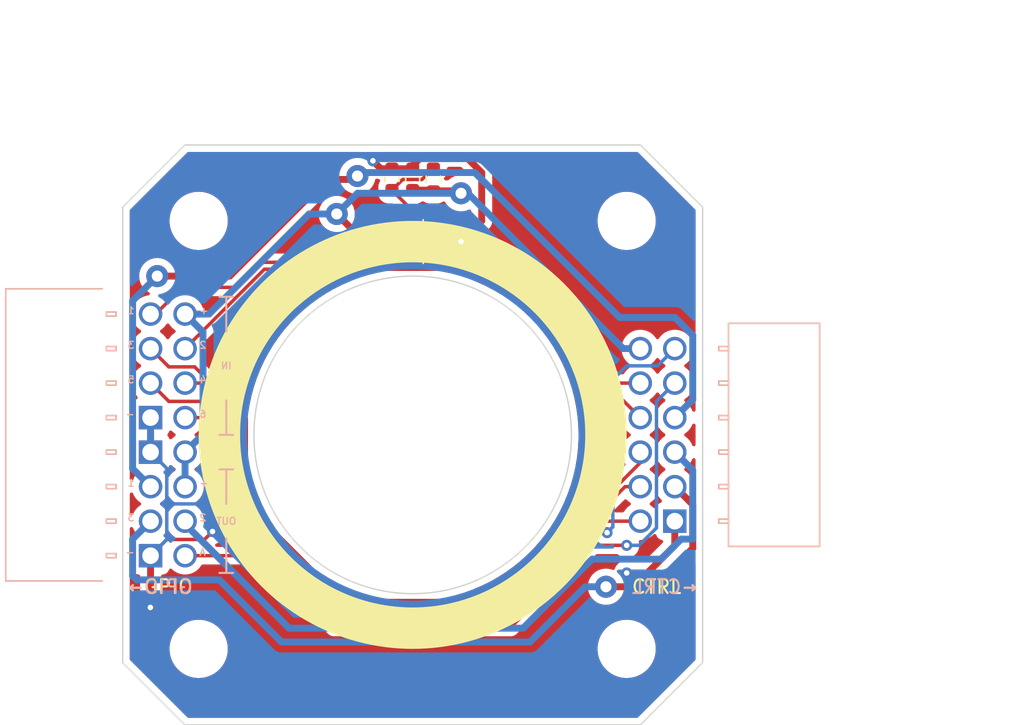
<source format=kicad_pcb>
(kicad_pcb (version 20211014) (generator pcbnew)
  (layers (0 "F.Cu" signal) (31 "B.Cu" signal) (34 "B.Paste" user) (35 "F.Paste" user) (36 "B.SilkS" user "B.Silkscreen") (37 "F.SilkS" user "F.Silkscreen") (38 "B.Mask" user) (39 "F.Mask" user) (44 "Edge.Cuts" user))
  (net 0 "")
  (net 1 "+5V")
  (net 2 "/INPUT_1")
  (net 3 "/INPUT_2")
  (net 4 "/INPUT_3")
  (net 5 "/INPUT_4")
  (net 6 "/INPUT_5")
  (net 7 "/INPUT_6")
  (net 8 "/ANALOG_IN")
  (net 9 "/OUTPUT_1")
  (net 10 "/OUTPUT_2")
  (net 11 "/OUTPUT_3")
  (net 12 "GND")
  (footprint "Resistor_SMD:R_0603_1608Metric" (layer "F.Cu") (at 122.5 102.5 90)
    (fp_text reference "R1")
    (fp_text value "10K")
    (fp_line (start -0.237258 0.5225) (end 0.237258 0.5225) (layer "F.SilkS") (width 0.12))
    (fp_line (start -0.237258 -0.5225) (end 0.237258 -0.5225) (layer "F.SilkS") (width 0.12))
    (pad "1" smd roundrect (at -0.825 0 90) (size 0.8 0.95) (layers "F.Cu" "F.Paste" "F.Mask") (net 1 "+5V"))
    (pad "2" smd roundrect (at 0.825 0 90) (size 0.8 0.95) (layers "F.Cu" "F.Paste" "F.Mask") (net 2 "/INPUT_1"))
  )
  (footprint "MountingHole:MountingHole_3.2mm_M3" (layer "F.Cu") (at 136.5 136.5)
    (fp_text reference "H3")
    (fp_text value "M3")
    (pad "" np_thru_hole circle (at 0 0) (size 3.2 3.2) (drill 3.2) (layers *.Cu *.Mask))
  )
  (footprint "Capacitor_SMD:C_0603_1608Metric" (layer "F.Cu") (at 119.5 102.5 90)
    (fp_text reference "C2")
    (fp_text value "1nF")
    (fp_line (start -0.14058 0.51) (end 0.14058 0.51) (layer "F.SilkS") (width 0.12))
    (fp_line (start -0.14058 -0.51) (end 0.14058 -0.51) (layer "F.SilkS") (width 0.12))
    (pad "1" smd roundrect (at -0.775 0 90) (size 0.9 0.95) (layers "F.Cu" "F.Paste" "F.Mask") (net 2 "/INPUT_1"))
    (pad "2" smd roundrect (at 0.775 0 90) (size 0.9 0.95) (layers "F.Cu" "F.Paste" "F.Mask") (net 12 "GND"))
  )
  (footprint "Capacitor_SMD:C_0603_1608Metric" (layer "F.Cu") (at 121 102.5 -90)
    (fp_text reference "C1")
    (fp_text value "100nF")
    (fp_line (start -0.14058 0.51) (end 0.14058 0.51) (layer "F.SilkS") (width 0.12))
    (fp_line (start -0.14058 -0.51) (end 0.14058 -0.51) (layer "F.SilkS") (width 0.12))
    (pad "1" smd roundrect (at -0.775 0 270) (size 0.9 0.95) (layers "F.Cu" "F.Paste" "F.Mask") (net 12 "GND"))
    (pad "2" smd roundrect (at 0.775 0 270) (size 0.9 0.95) (layers "F.Cu" "F.Paste" "F.Mask") (net 1 "+5V"))
  )
  (footprint "Package_TO_SOT_SMD:SOT-23_Handsoldering" (layer "F.Cu") (at 121 107)
    (fp_text reference "U1")
    (fp_text value "MT8512AT")
    (fp_line (start 0.76 -1.58) (end 0.76 -0.65) (layer "F.SilkS") (width 0.12))
    (fp_line (start 0.76 1.58) (end 0.76 0.65) (layer "F.SilkS") (width 0.12))
    (pad "1" smd rect (at -1.5 -0.95) (size 1.9 0.8) (layers "F.Cu" "F.Paste" "F.Mask") (net 1 "+5V"))
    (pad "2" smd rect (at -1.5 0.95) (size 1.9 0.8) (layers "F.Cu" "F.Paste" "F.Mask") (net 2 "/INPUT_1"))
    (pad "3" smd rect (at 1.5 0) (size 1.9 0.8) (layers "F.Cu" "F.Paste" "F.Mask") (net 12 "GND"))
  )
  (footprint "MountingHole:MountingHole_3.2mm_M3" (layer "F.Cu") (at 105.5 136.5)
    (fp_text reference "H4")
    (fp_text value "M3")
    (pad "" np_thru_hole circle (at 0 0) (size 3.2 3.2) (drill 3.2) (layers *.Cu *.Mask))
  )
  (footprint "MountingHole:MountingHole_3.2mm_M3" (layer "F.Cu") (at 105.5 105.5)
    (fp_text reference "H1")
    (fp_text value "M3")
    (pad "" np_thru_hole circle (at 0 0) (size 3.2 3.2) (drill 3.2) (layers *.Cu *.Mask))
  )
  (footprint "MountingHole:MountingHole_3.2mm_M3" (layer "F.Cu") (at 136.5 105.5)
    (fp_text reference "H2")
    (fp_text value "M3")
    (pad "" np_thru_hole circle (at 0 0) (size 3.2 3.2) (drill 3.2) (layers *.Cu *.Mask))
  )
  (footprint "Connector_Molex:Molex_Nano-Fit_105314-xx16_2x08_P2.50mm_Horizontal" (layer "B.Cu") (at 104.515 112.25 180)
    (fp_text reference "J2")
    (fp_text value "GPIO+PWR")
    (fp_line (start 5.7 -7.35) (end 5 -7.35) (layer "B.SilkS") (width 0.12))
    (fp_line (start 5.7 -10.15) (end 5.7 -9.85) (layer "B.SilkS") (width 0.12))
    (fp_line (start 5 -4.85) (end 5 -5.15) (layer "B.SilkS") (width 0.12))
    (fp_line (start 6 -19.33) (end 12.99 -19.33) (layer "B.SilkS") (width 0.12))
    (fp_line (start 5.7 -14.85) (end 5 -14.85) (layer "B.SilkS") (width 0.12))
    (fp_line (start 5.7 -5.15) (end 5.7 -4.85) (layer "B.SilkS") (width 0.12))
    (fp_line (start 5.7 0.15) (end 5 0.15) (layer "B.SilkS") (width 0.12))
    (fp_line (start 5.7 -15.15) (end 5.7 -14.85) (layer "B.SilkS") (width 0.12))
    (fp_line (start 5 -14.85) (end 5 -15.15) (layer "B.SilkS") (width 0.12))
    (fp_line (start 5 -12.65) (end 5.7 -12.65) (layer "B.SilkS") (width 0.12))
    (fp_line (start 5 -15.15) (end 5.7 -15.15) (layer "B.SilkS") (width 0.12))
    (fp_line (start 5.7 -9.85) (end 5 -9.85) (layer "B.SilkS") (width 0.12))
    (fp_line (start 5.7 -12.65) (end 5.7 -12.35) (layer "B.SilkS") (width 0.12))
    (fp_line (start 5 -7.35) (end 5 -7.65) (layer "B.SilkS") (width 0.12))
    (fp_line (start 5 -5.15) (end 5.7 -5.15) (layer "B.SilkS") (width 0.12))
    (fp_line (start 5.7 -4.85) (end 5 -4.85) (layer "B.SilkS") (width 0.12))
    (fp_line (start 5 -7.65) (end 5.7 -7.65) (layer "B.SilkS") (width 0.12))
    (fp_line (start 5 -17.35) (end 5 -17.65) (layer "B.SilkS") (width 0.12))
    (fp_line (start 5.7 -2.65) (end 5.7 -2.35) (layer "B.SilkS") (width 0.12))
    (fp_line (start 5.7 -12.35) (end 5 -12.35) (layer "B.SilkS") (width 0.12))
    (fp_line (start 5 -10.15) (end 5.7 -10.15) (layer "B.SilkS") (width 0.12))
    (fp_line (start 12.99 -19.33) (end 12.99 1.83) (layer "B.SilkS") (width 0.12))
    (fp_line (start 5 -17.65) (end 5.7 -17.65) (layer "B.SilkS") (width 0.12))
    (fp_line (start 5 -2.35) (end 5 -2.65) (layer "B.SilkS") (width 0.12))
    (fp_line (start 5 -2.65) (end 5.7 -2.65) (layer "B.SilkS") (width 0.12))
    (fp_line (start 5 0.15) (end 5 -0.15) (layer "B.SilkS") (width 0.12))
    (fp_line (start 5.7 -17.35) (end 5 -17.35) (layer "B.SilkS") (width 0.12))
    (fp_line (start 5.7 -0.15) (end 5.7 0.15) (layer "B.SilkS") (width 0.12))
    (fp_line (start 5.7 -2.35) (end 5 -2.35) (layer "B.SilkS") (width 0.12))
    (fp_line (start 5 -12.35) (end 5 -12.65) (layer "B.SilkS") (width 0.12))
    (fp_line (start 5 -9.85) (end 5 -10.15) (layer "B.SilkS") (width 0.12))
    (fp_line (start 5.7 -7.65) (end 5.7 -7.35) (layer "B.SilkS") (width 0.12))
    (fp_line (start 12.99 1.83) (end 6 1.83) (layer "B.SilkS") (width 0.12))
    (fp_line (start 5.7 -17.65) (end 5.7 -17.35) (layer "B.SilkS") (width 0.12))
    (fp_line (start 5 -0.15) (end 5.7 -0.15) (layer "B.SilkS") (width 0.12))
    (pad "" np_thru_hole circle (at 9.68 -17.5 180) (size 1.7 1.7) (drill 1.7) (layers *.Cu *.Mask))
    (pad "" np_thru_hole circle (at 9.68 0 180) (size 1.7 1.7) (drill 1.7) (layers *.Cu *.Mask))
    (pad "1" thru_hole circle (at 0 0 180) (size 1.7 1.7) (drill 1.2) (layers *.Cu *.Mask) (net 1 "+5V"))
    (pad "2" thru_hole circle (at 0 -2.5 180) (size 1.7 1.7) (drill 1.2) (layers *.Cu *.Mask) (net 3 "/INPUT_2"))
    (pad "3" thru_hole circle (at 0 -5 180) (size 1.7 1.7) (drill 1.2) (layers *.Cu *.Mask) (net 5 "/INPUT_4"))
    (pad "4" thru_hole circle (at 0 -7.5 180) (size 1.7 1.7) (drill 1.2) (layers *.Cu *.Mask) (net 7 "/INPUT_6"))
    (pad "5" thru_hole circle (at 0 -10 180) (size 1.7 1.7) (drill 1.2) (layers *.Cu *.Mask) (net 1 "+5V"))
    (pad "6" thru_hole circle (at 0 -12.5 180) (size 1.7 1.7) (drill 1.2) (layers *.Cu *.Mask) (net 1 "+5V"))
    (pad "7" thru_hole circle (at 0 -15 180) (size 1.7 1.7) (drill 1.2) (layers *.Cu *.Mask) (net 10 "/OUTPUT_2"))
    (pad "8" thru_hole circle (at 0 -17.5 180) (size 1.7 1.7) (drill 1.2) (layers *.Cu *.Mask) (net 8 "/ANALOG_IN"))
    (pad "9" thru_hole circle (at 2.5 0 180) (size 1.7 1.7) (drill 1.2) (layers *.Cu *.Mask) (net 2 "/INPUT_1"))
    (pad "10" thru_hole circle (at 2.5 -2.5 180) (size 1.7 1.7) (drill 1.2) (layers *.Cu *.Mask) (net 4 "/INPUT_3"))
    (pad "11" thru_hole circle (at 2.5 -5 180) (size 1.7 1.7) (drill 1.2) (layers *.Cu *.Mask) (net 6 "/INPUT_5"))
    (pad "12" thru_hole rect (at 2.5 -7.5 180) (size 1.7 1.7) (drill 1.2) (layers *.Cu *.Mask) (net 12 "GND"))
    (pad "13" thru_hole rect (at 2.5 -10 180) (size 1.7 1.7) (drill 1.2) (layers *.Cu *.Mask) (net 12 "GND"))
    (pad "14" thru_hole circle (at 2.5 -12.5 180) (size 1.7 1.7) (drill 1.2) (layers *.Cu *.Mask) (net 9 "/OUTPUT_1"))
    (pad "15" thru_hole circle (at 2.5 -15 180) (size 1.7 1.7) (drill 1.2) (layers *.Cu *.Mask) (net 11 "/OUTPUT_3"))
    (pad "16" thru_hole rect (at 2.5 -17.5 180) (size 1.7 1.7) (drill 1.2) (layers *.Cu *.Mask) (net 12 "GND"))
  )
  (footprint "Connector_Molex:Molex_Nano-Fit_105314-xx12_2x06_P2.50mm_Horizontal" (layer "B.Cu") (at 137.485 127.25)
    (fp_text reference "J1")
    (fp_text value "IDC(CTRL>)")
    (fp_line (start 5.69 -4.85) (end 5.69 -5.15) (layer "B.SilkS") (width 0.12))
    (fp_line (start 5.69 -12.65) (end 6.39 -12.65) (layer "B.SilkS") (width 0.12))
    (fp_line (start 5.69 -7.35) (end 5.69 -7.65) (layer "B.SilkS") (width 0.12))
    (fp_line (start 6.39 -7.65) (end 6.39 -7.35) (layer "B.SilkS") (width 0.12))
    (fp_line (start 6.39 -4.85) (end 5.69 -4.85) (layer "B.SilkS") (width 0.12))
    (fp_line (start 12.99 1.83) (end 6.39 1.83) (layer "B.SilkS") (width 0.12))
    (fp_line (start 6.39 -10.15) (end 6.39 -9.85) (layer "B.SilkS") (width 0.12))
    (fp_line (start 6.39 -9.85) (end 5.69 -9.85) (layer "B.SilkS") (width 0.12))
    (fp_line (start 6.39 -2.65) (end 6.39 -2.35) (layer "B.SilkS") (width 0.12))
    (fp_line (start 6.39 0.15) (end 5.69 0.15) (layer "B.SilkS") (width 0.12))
    (fp_line (start 5.69 -10.15) (end 6.39 -10.15) (layer "B.SilkS") (width 0.12))
    (fp_line (start 6.39 -14.33) (end 12.99 -14.33) (layer "B.SilkS") (width 0.12))
    (fp_line (start 6.39 -7.35) (end 5.69 -7.35) (layer "B.SilkS") (width 0.12))
    (fp_line (start 5.69 -12.35) (end 5.69 -12.65) (layer "B.SilkS") (width 0.12))
    (fp_line (start 5.69 -2.65) (end 6.39 -2.65) (layer "B.SilkS") (width 0.12))
    (fp_line (start 5.69 -7.65) (end 6.39 -7.65) (layer "B.SilkS") (width 0.12))
    (fp_line (start 5.69 -5.15) (end 6.39 -5.15) (layer "B.SilkS") (width 0.12))
    (fp_line (start 5.69 0.15) (end 5.69 -0.15) (layer "B.SilkS") (width 0.12))
    (fp_line (start 6.39 1.83) (end 6.39 -14.33) (layer "B.SilkS") (width 0.12))
    (fp_line (start 12.99 -14.33) (end 12.99 1.83) (layer "B.SilkS") (width 0.12))
    (fp_line (start 6.39 -12.35) (end 5.69 -12.35) (layer "B.SilkS") (width 0.12))
    (fp_line (start 6.39 -0.15) (end 6.39 0.15) (layer "B.SilkS") (width 0.12))
    (fp_line (start 6.39 -2.35) (end 5.69 -2.35) (layer "B.SilkS") (width 0.12))
    (fp_line (start 6.39 -5.15) (end 6.39 -4.85) (layer "B.SilkS") (width 0.12))
    (fp_line (start 6.39 -12.65) (end 6.39 -12.35) (layer "B.SilkS") (width 0.12))
    (fp_line (start 5.69 -0.15) (end 6.39 -0.15) (layer "B.SilkS") (width 0.12))
    (fp_line (start 5.69 -9.85) (end 5.69 -10.15) (layer "B.SilkS") (width 0.12))
    (fp_line (start 5.69 -2.35) (end 5.69 -2.65) (layer "B.SilkS") (width 0.12))
    (pad "" np_thru_hole circle (at 9.68 0) (size 1.7 1.7) (drill 1.7) (layers *.Cu *.Mask))
    (pad "" np_thru_hole circle (at 9.68 -12.5) (size 1.7 1.7) (drill 1.7) (layers *.Cu *.Mask))
    (pad "1" thru_hole circle (at 0 0) (size 1.7 1.7) (drill 1.2) (layers *.Cu *.Mask) (net 6 "/INPUT_5"))
    (pad "2" thru_hole circle (at 0 -2.5) (size 1.7 1.7) (drill 1.2) (layers *.Cu *.Mask) (net 5 "/INPUT_4"))
    (pad "3" thru_hole circle (at 0 -5) (size 1.7 1.7) (drill 1.2) (layers *.Cu *.Mask) (net 4 "/INPUT_3"))
    (pad "4" thru_hole circle (at 0 -7.5) (size 1.7 1.7) (drill 1.2) (layers *.Cu *.Mask) (net 3 "/INPUT_2"))
    (pad "5" thru_hole circle (at 0 -10) (size 1.7 1.7) (drill 1.2) (layers *.Cu *.Mask) (net 2 "/INPUT_1"))
    (pad "6" thru_hole circle (at 0 -12.5) (size 1.7 1.7) (drill 1.2) (layers *.Cu *.Mask) (net 1 "+5V"))
    (pad "7" thru_hole rect (at 2.5 0) (size 1.7 1.7) (drill 1.2) (layers *.Cu *.Mask) (net 12 "GND"))
    (pad "8" thru_hole circle (at 2.5 -2.5) (size 1.7 1.7) (drill 1.2) (layers *.Cu *.Mask) (net 11 "/OUTPUT_3"))
    (pad "9" thru_hole circle (at 2.5 -5) (size 1.7 1.7) (drill 1.2) (layers *.Cu *.Mask) (net 10 "/OUTPUT_2"))
    (pad "10" thru_hole circle (at 2.5 -7.5) (size 1.7 1.7) (drill 1.2) (layers *.Cu *.Mask) (net 9 "/OUTPUT_1"))
    (pad "11" thru_hole circle (at 2.5 -10) (size 1.7 1.7) (drill 1.2) (layers *.Cu *.Mask) (net 8 "/ANALOG_IN"))
    (pad "12" thru_hole circle (at 2.5 -12.5) (size 1.7 1.7) (drill 1.2) (layers *.Cu *.Mask) (net 7 "/INPUT_6"))
  )
  (gr_line (start 107.5 131) (end 107.5 128.5) (layer "B.SilkS") (width 0.15))
  (gr_line (start 107 121) (end 108 121) (layer "B.SilkS") (width 0.15))
  (gr_line (start 107.5 113.5) (end 107.5 111) (layer "B.SilkS") (width 0.15))
  (gr_line (start 107 131) (end 108 131) (layer "B.SilkS") (width 0.15))
  (gr_line (start 107.5 123.5) (end 107.5 126) (layer "B.SilkS") (width 0.15))
  (gr_line (start 107.5 121) (end 107.5 118.5) (layer "B.SilkS") (width 0.15))
  (gr_line (start 107 111) (end 108 111) (layer "B.SilkS") (width 0.15))
  (gr_line (start 107 123.5) (end 108 123.5) (layer "B.SilkS") (width 0.15))
  (gr_circle (center 121 121) (end 135 121) (layer "F.SilkS") (width 3) (fill none))
  (gr_poly (pts (xy 142 104.5) (xy 142 137.5) (xy 137.5 142) (xy 104.5 142) (xy 100 137.5) (xy 100 104.5) (xy 104.5 100) (xy 137.5 100)) (layer "Edge.Cuts") (width 0.1) (fill none))
  (gr_circle (center 121 121) (end 132.5 121) (layer "Edge.Cuts") (width 0.1) (fill none))
  (gr_text "+" (at 105.5 124.5) (layer "B.SilkS") (effects (font (size 0.5 0.5) (thickness 0.1)) (justify right mirror)))
  (gr_text "IN" (at 107.5 115.997669) (layer "B.SilkS") (effects (font (size 0.5 0.5) (thickness 0.1)) (justify mirror)))
  (gr_text "5" (at 100.905 117) (layer "B.SilkS") (effects (font (size 0.5 0.5) (thickness 0.1)) (justify left mirror)))
  (gr_text "1" (at 100.905 124.5) (layer "B.SilkS") (effects (font (size 0.5 0.5) (thickness 0.1)) (justify left mirror)))
  (gr_text "A" (at 105.5 129.5) (layer "B.SilkS") (effects (font (size 0.5 0.5) (thickness 0.1)) (justify right mirror)))
  (gr_text "+" (at 105.5 112) (layer "B.SilkS") (effects (font (size 0.5 0.5) (thickness 0.1)) (justify right mirror)))
  (gr_text "-" (at 100.905 119.5) (layer "B.SilkS") (effects (font (size 0.5 0.5) (thickness 0.1)) (justify left mirror)))
  (gr_text "3" (at 100.905 127) (layer "B.SilkS") (effects (font (size 0.5 0.5) (thickness 0.1)) (justify left mirror)))
  (gr_text "6" (at 105.5 119.5) (layer "B.SilkS") (effects (font (size 0.5 0.5) (thickness 0.1)) (justify right mirror)))
  (gr_text "2" (at 105.5 114.5) (layer "B.SilkS") (effects (font (size 0.5 0.5) (thickness 0.1)) (justify right mirror)))
  (gr_text "1" (at 100.905 112) (layer "B.SilkS") (effects (font (size 0.5 0.5) (thickness 0.1)) (justify left mirror)))
  (gr_text "GPIO→" (at 100.205 132) (layer "B.SilkS") (effects (font (size 1 1)) (justify right mirror)))
  (gr_text "-" (at 100.905 129.5) (layer "B.SilkS") (effects (font (size 0.5 0.5) (thickness 0.1)) (justify left mirror)))
  (gr_text "3" (at 100.905 114.5) (layer "B.SilkS") (effects (font (size 0.5 0.5) (thickness 0.1)) (justify left mirror)))
  (gr_text "4" (at 105.5 117) (layer "B.SilkS") (effects (font (size 0.5 0.5) (thickness 0.1)) (justify right mirror)))
  (gr_text "←CTRL" (at 141.795 132) (layer "B.SilkS") (effects (font (size 1 1)) (justify left mirror)))
  (gr_text "OUT" (at 107.5 127.25) (layer "B.SilkS") (effects (font (size 0.5 0.5) (thickness 0.1)) (justify mirror)))
  (gr_text "2" (at 105.5 127) (layer "B.SilkS") (effects (font (size 0.5 0.5) (thickness 0.1)) (justify right mirror)))
  (gr_text "←GPIO" (at 100.205 132) (layer "F.SilkS") (effects (font (size 1 1)) (justify left)))
  (gr_text "CTRL→" (at 141.795 132) (layer "F.SilkS") (effects (font (size 1 1)) (justify right)))
  (segment (start 121 103.275) (end 122.45 103.275) (width 0.5) (layer "F.Cu") (net 1))
  (segment (start 124.325 103.325) (end 124.5 103.5) (width 0.5) (layer "F.Cu") (net 1))
  (segment (start 122.45 103.275) (end 122.5 103.325) (width 0.5) (layer "F.Cu") (net 1))
  (segment (start 116.55 106.05) (end 119.5 106.05) (width 0.5) (layer "F.Cu") (net 1))
  (segment (start 122.5 103.325) (end 124.325 103.325) (width 0.5) (layer "F.Cu") (net 1))
  (segment (start 115.5 105) (end 116.55 106.05) (width 0.5) (layer "F.Cu") (net 1))
  (via (at 124.5 103.5) (size 1.6) (drill 0.8) (layers "F.Cu" "B.Cu") (net 1))
  (via (at 115.5 105) (size 1.6) (drill 0.8) (layers "F.Cu" "B.Cu") (net 1))
  (segment (start 113.5 105) (end 106.25 112.25) (width 0.5) (layer "B.Cu") (net 1))
  (segment (start 104.5 124.5) (end 104.515 124.485) (width 0.5) (layer "B.Cu") (net 1))
  (segment (start 104.515 124.75) (end 104.515 124.515) (width 0.5) (layer "B.Cu") (net 1))
  (segment (start 124.5 103.5) (end 125 103.5) (width 0.5) (layer "B.Cu") (net 1))
  (segment (start 104.515 124.485) (end 104.515 122.25) (width 0.5) (layer "B.Cu") (net 1))
  (segment (start 105.814511 120.950489) (end 105.814511 113.549511) (width 0.5) (layer "B.Cu") (net 1))
  (segment (start 115.5 105) (end 113.5 105) (width 0.5) (layer "B.Cu") (net 1))
  (segment (start 104.515 122.25) (end 105.814511 120.950489) (width 0.5) (layer "B.Cu") (net 1))
  (segment (start 117 103.5) (end 124.5 103.5) (width 0.5) (layer "B.Cu") (net 1))
  (segment (start 106.25 112.25) (end 104.515 112.25) (width 0.5) (layer "B.Cu") (net 1))
  (segment (start 104.515 124.515) (end 104.5 124.5) (width 0.5) (layer "B.Cu") (net 1))
  (segment (start 136.25 114.75) (end 137.485 114.75) (width 0.5) (layer "B.Cu") (net 1))
  (segment (start 125 103.5) (end 136.25 114.75) (width 0.5) (layer "B.Cu") (net 1))
  (segment (start 105.814511 113.549511) (end 104.515 112.25) (width 0.5) (layer "B.Cu") (net 1))
  (segment (start 115.5 105) (end 117 103.5) (width 0.5) (layer "B.Cu") (net 1))
  (segment (start 108.313031 110.31625) (end 110.129281 108.5) (width 0.25) (layer "F.Cu") (net 2))
  (segment (start 120.774511 106.675489) (end 119.5 107.95) (width 0.25) (layer "F.Cu") (net 2))
  (segment (start 104.31625 110.31625) (end 108.313031 110.31625) (width 0.25) (layer "F.Cu") (net 2))
  (segment (start 135.75 117.25) (end 126.45 107.95) (width 0.25) (layer "F.Cu") (net 2))
  (segment (start 137.485 117.25) (end 135.75 117.25) (width 0.25) (layer "F.Cu") (net 2))
  (segment (start 121.67452 102.50048) (end 122.5 101.675) (width 0.25) (layer "F.Cu") (net 2))
  (segment (start 119.5 103.275) (end 120.774511 104.549511) (width 0.25) (layer "F.Cu") (net 2))
  (segment (start 120.774511 104.549511) (end 120.774511 106.675489) (width 0.25) (layer "F.Cu") (net 2))
  (segment (start 102.015 112.25) (end 102.3825 112.25) (width 0.25) (layer "F.Cu") (net 2))
  (segment (start 120.27452 102.50048) (end 121.67452 102.50048) (width 0.25) (layer "F.Cu") (net 2))
  (segment (start 110.129281 108.5) (end 117.5 108.5) (width 0.25) (layer "F.Cu") (net 2))
  (segment (start 126.45 107.95) (end 119.5 107.95) (width 0.25) (layer "F.Cu") (net 2))
  (segment (start 119.5 103.275) (end 120.27452 102.50048) (width 0.25) (layer "F.Cu") (net 2))
  (segment (start 118.05 107.95) (end 119.5 107.95) (width 0.25) (layer "F.Cu") (net 2))
  (segment (start 102.3825 112.25) (end 104.31625 110.31625) (width 0.25) (layer "F.Cu") (net 2))
  (segment (start 117.5 108.5) (end 118.05 107.95) (width 0.25) (layer "F.Cu") (net 2))
  (segment (start 110.264999 109) (end 126.735 109) (width 0.25) (layer "F.Cu") (net 3))
  (segment (start 104.515 114.75) (end 104.515 114.749999) (width 0.25) (layer "F.Cu") (net 3))
  (segment (start 126.735 109) (end 137.485 119.75) (width 0.25) (layer "F.Cu") (net 3))
  (segment (start 104.515 114.749999) (end 110.264999 109) (width 0.25) (layer "F.Cu") (net 3))
  (segment (start 105.211207 116.075489) (end 108.94952 119.813802) (width 0.25) (layer "F.Cu") (net 4))
  (segment (start 103.340489 116.075489) (end 105.211207 116.075489) (width 0.25) (layer "F.Cu") (net 4))
  (segment (start 108.94952 119.813802) (end 108.94952 125.94952) (width 0.25) (layer "F.Cu") (net 4))
  (segment (start 102.015 114.75) (end 103.340489 116.075489) (width 0.25) (layer "F.Cu") (net 4))
  (segment (start 108.94952 125.94952) (end 116 133) (width 0.25) (layer "F.Cu") (net 4))
  (segment (start 137.485 123.015) (end 137.485 122.25) (width 0.25) (layer "F.Cu") (net 4))
  (segment (start 116 133) (end 127.5 133) (width 0.25) (layer "F.Cu") (net 4))
  (segment (start 127.5 133) (end 137.485 123.015) (width 0.25) (layer "F.Cu") (net 4))
  (segment (start 108.5 120) (end 105.75 117.25) (width 0.25) (layer "F.Cu") (net 5))
  (segment (start 115.864282 133.5) (end 108.5 126.135718) (width 0.25) (layer "F.Cu") (net 5))
  (segment (start 108.5 126.135718) (end 108.5 120) (width 0.25) (layer "F.Cu") (net 5))
  (segment (start 105.75 117.25) (end 104.515 117.25) (width 0.25) (layer "F.Cu") (net 5))
  (segment (start 127.635718 133.5) (end 115.864282 133.5) (width 0.25) (layer "F.Cu") (net 5))
  (segment (start 136.385718 124.75) (end 127.635718 133.5) (width 0.25) (layer "F.Cu") (net 5))
  (segment (start 137.485 124.75) (end 136.385718 124.75) (width 0.25) (layer "F.Cu") (net 5))
  (segment (start 115.728564 134) (end 127.771436 134) (width 0.25) (layer "F.Cu") (net 6))
  (segment (start 108 126.271436) (end 115.728564 134) (width 0.25) (layer "F.Cu") (net 6))
  (segment (start 103.340489 118.575489) (end 106.211206 118.575489) (width 0.25) (layer "F.Cu") (net 6))
  (segment (start 102.015 117.25) (end 103.340489 118.575489) (width 0.25) (layer "F.Cu") (net 6))
  (segment (start 127.771436 134) (end 134.521436 127.25) (width 0.25) (layer "F.Cu") (net 6))
  (segment (start 108 120.364283) (end 108 126.271436) (width 0.25) (layer "F.Cu") (net 6))
  (segment (start 134.521436 127.25) (end 137.485 127.25) (width 0.25) (layer "F.Cu") (net 6))
  (segment (start 106.211206 118.575489) (end 108 120.364283) (width 0.25) (layer "F.Cu") (net 6))
  (segment (start 107.5 120.5) (end 106.75 119.75) (width 0.25) (layer "F.Cu") (net 7))
  (segment (start 115.5 134.5) (end 107.5 126.5) (width 0.25) (layer "F.Cu") (net 7))
  (segment (start 134.326996 128.080158) (end 127.907154 134.5) (width 0.25) (layer "F.Cu") (net 7))
  (segment (start 106.75 119.75) (end 104.515 119.75) (width 0.25) (layer "F.Cu") (net 7))
  (segment (start 135.080158 128.080158) (end 134.326996 128.080158) (width 0.25) (layer "F.Cu") (net 7))
  (segment (start 127.907154 134.5) (end 115.5 134.5) (width 0.25) (layer "F.Cu") (net 7))
  (segment (start 107.5 126.5) (end 107.5 120.5) (width 0.25) (layer "F.Cu") (net 7))
  (via (at 135.080158 128.080158) (size 0.8) (drill 0.4) (layers "F.Cu" "B.Cu") (net 7))
  (segment (start 135.5 117) (end 136.5 116) (width 0.25) (layer "B.Cu") (net 7))
  (segment (start 138.735 116) (end 139.985 114.75) (width 0.25) (layer "B.Cu") (net 7))
  (segment (start 136.5 116) (end 138.735 116) (width 0.25) (layer "B.Cu") (net 7))
  (segment (start 135.080158 128.080158) (end 135.5 127.660316) (width 0.25) (layer "B.Cu") (net 7))
  (segment (start 135.5 127.660316) (end 135.5 117) (width 0.25) (layer "B.Cu") (net 7))
  (segment (start 134.042871 129) (end 128.093351 134.94952) (width 0.25) (layer "F.Cu") (net 8))
  (segment (start 128.093351 134.94952) (end 115.313802 134.94952) (width 0.25) (layer "F.Cu") (net 8))
  (segment (start 110.114282 129.75) (end 104.515 129.75) (width 0.25) (layer "F.Cu") (net 8))
  (segment (start 115.313802 134.94952) (end 110.114282 129.75) (width 0.25) (layer "F.Cu") (net 8))
  (segment (start 136.5 129) (end 134.042871 129) (width 0.25) (layer "F.Cu") (net 8))
  (via (at 136.5 129) (size 0.8) (drill 0.4) (layers "F.Cu" "B.Cu") (net 8))
  (segment (start 138.659511 118.575489) (end 139.985 117.25) (width 0.25) (layer "B.Cu") (net 8))
  (segment (start 136.5 129) (end 137.39601 129) (width 0.25) (layer "B.Cu") (net 8))
  (segment (start 137.39601 129) (end 138.659511 127.736499) (width 0.25) (layer "B.Cu") (net 8))
  (segment (start 138.659511 127.736499) (end 138.659511 118.575489) (width 0.25) (layer "B.Cu") (net 8))
  (segment (start 102.5 109.5) (end 107.75 109.5) (width 0.5) (layer "F.Cu") (net 9))
  (segment (start 114.75 102.5) (end 117 102.5) (width 0.5) (layer "F.Cu") (net 9))
  (segment (start 117 102.5) (end 117 102.2505) (width 0.5) (layer "F.Cu") (net 9))
  (segment (start 107.75 109.5) (end 114.75 102.5) (width 0.5) (layer "F.Cu") (net 9))
  (via (at 117 102.2505) (size 1.6) (drill 0.8) (layers "F.Cu" "B.Cu") (net 9))
  (via (at 102.5 109.5) (size 1.6) (drill 0.8) (layers "F.Cu" "B.Cu") (net 9))
  (segment (start 102.015 124.75) (end 100.715489 123.450489) (width 0.5) (layer "B.Cu") (net 9))
  (segment (start 125.5 102) (end 136 112.5) (width 0.5) (layer "B.Cu") (net 9))
  (segment (start 101 111) (end 102.5 109.5) (width 0.5) (layer "B.Cu") (net 9))
  (segment (start 141.284511 113.784511) (end 141.284511 118.450489) (width 0.5) (layer "B.Cu") (net 9))
  (segment (start 140 112.5) (end 141.284511 113.784511) (width 0.5) (layer "B.Cu") (net 9))
  (segment (start 100.715489 123.450489) (end 100.715489 111.284511) (width 0.5) (layer "B.Cu") (net 9))
  (segment (start 100.715489 111.284511) (end 101 111) (width 0.5) (layer "B.Cu") (net 9))
  (segment (start 117.2505 102) (end 125.5 102) (width 0.5) (layer "B.Cu") (net 9))
  (segment (start 117 102.2505) (end 117.2505 102) (width 0.5) (layer "B.Cu") (net 9))
  (segment (start 136 112.5) (end 140 112.5) (width 0.5) (layer "B.Cu") (net 9))
  (segment (start 141.284511 118.450489) (end 139.985 119.75) (width 0.5) (layer "B.Cu") (net 9))
  (segment (start 104.515 127.465489) (end 104.515 127.25) (width 0.5) (layer "B.Cu") (net 10))
  (segment (start 139.985 122.25) (end 141.284511 123.549511) (width 0.5) (layer "B.Cu") (net 10))
  (segment (start 140.450489 128.549511) (end 139 130) (width 0.5) (layer "B.Cu") (net 10))
  (segment (start 134 130) (end 129 135) (width 0.5) (layer "B.Cu") (net 10))
  (segment (start 129 135) (end 112.049511 135) (width 0.5) (layer "B.Cu") (net 10))
  (segment (start 112.049511 135) (end 104.515 127.465489) (width 0.5) (layer "B.Cu") (net 10))
  (segment (start 141.284511 123.549511) (end 141.284511 128.549511) (width 0.5) (layer "B.Cu") (net 10))
  (segment (start 139 130) (end 134 130) (width 0.5) (layer "B.Cu") (net 10))
  (segment (start 141.284511 128.549511) (end 140.450489 128.549511) (width 0.5) (layer "B.Cu") (net 10))
  (segment (start 138.5 132) (end 141.284511 129.215489) (width 0.5) (layer "F.Cu") (net 11))
  (segment (start 141.284511 129.215489) (end 141.284511 126.049511) (width 0.5) (layer "F.Cu") (net 11))
  (segment (start 135 132) (end 138.5 132) (width 0.5) (layer "F.Cu") (net 11))
  (segment (start 141.284511 126.049511) (end 139.985 124.75) (width 0.5) (layer "F.Cu") (net 11))
  (via (at 135 132) (size 1.6) (drill 0.8) (layers "F.Cu" "B.Cu") (net 11))
  (segment (start 100.715489 128.549511) (end 102.015 127.25) (width 0.5) (layer "B.Cu") (net 11))
  (segment (start 107 131.5) (end 101 131.5) (width 0.5) (layer "B.Cu") (net 11))
  (segment (start 133.5 132) (end 129.5 136) (width 0.5) (layer "B.Cu") (net 11))
  (segment (start 101 131.5) (end 100.715489 131.215489) (width 0.5) (layer "B.Cu") (net 11))
  (segment (start 135 132) (end 133.5 132) (width 0.5) (layer "B.Cu") (net 11))
  (segment (start 100.715489 131.215489) (end 100.715489 128.549511) (width 0.5) (layer "B.Cu") (net 11))
  (segment (start 111.5 136) (end 107 131.5) (width 0.5) (layer "B.Cu") (net 11))
  (segment (start 129.5 136) (end 111.5 136) (width 0.5) (layer "B.Cu") (net 11))
  (segment (start 121 101.725) (end 121 101.5) (width 0.5) (layer "F.Cu") (net 12))
  (segment (start 126 102) (end 126 105.5) (width 0.5) (layer "F.Cu") (net 12))
  (segment (start 121 101.5) (end 121.67452 100.82548) (width 0.5) (layer "F.Cu") (net 12))
  (segment (start 103.189511 128.575489) (end 102.015 129.75) (width 0.25) (layer "F.Cu") (net 12))
  (segment (start 121.67452 100.82548) (end 124.82548 100.82548) (width 0.5) (layer "F.Cu") (net 12))
  (segment (start 106.5 128) (end 105.924511 128.575489) (width 0.25) (layer "F.Cu") (net 12))
  (segment (start 105.924511 128.575489) (end 103.189511 128.575489) (width 0.25) (layer "F.Cu") (net 12))
  (segment (start 122.5 107) (end 124.5 107) (width 0.5) (layer "F.Cu") (net 12))
  (segment (start 126 105.5) (end 124.5 107) (width 0.5) (layer "F.Cu") (net 12))
  (segment (start 119.5 101.725) (end 121 101.725) (width 0.5) (layer "F.Cu") (net 12))
  (segment (start 118.119333 101.1505) (end 118.693833 101.725) (width 0.5) (layer "F.Cu") (net 12))
  (segment (start 124.82548 100.82548) (end 126 102) (width 0.5) (layer "F.Cu") (net 12))
  (segment (start 138 131) (end 139.985 129.015) (width 0.5) (layer "F.Cu") (net 12))
  (segment (start 139.985 129.015) (end 139.985 127.25) (width 0.5) (layer "F.Cu") (net 12))
  (segment (start 102.015 133.485) (end 102.015 129.75) (width 0.5) (layer "F.Cu") (net 12))
  (segment (start 136.5 131) (end 138 131) (width 0.5) (layer "F.Cu") (net 12))
  (segment (start 102 133.5) (end 102.015 133.485) (width 0.5) (layer "F.Cu") (net 12))
  (segment (start 118.693833 101.725) (end 119.5 101.725) (width 0.5) (layer "F.Cu") (net 12))
  (via (at 136.5 131) (size 0.8) (drill 0.4) (layers "F.Cu" "B.Cu") (net 12))
  (via (at 118.119333 101.1505) (size 0.8) (drill 0.4) (layers "F.Cu" "B.Cu") (net 12))
  (via (at 102 133.5) (size 0.8) (drill 0.4) (layers "F.Cu" "B.Cu") (net 12))
  (via (at 124.5 107) (size 0.8) (drill 0.4) (layers "F.Cu" "B.Cu") (net 12))
  (via (at 106.5 128) (size 0.8) (drill 0.4) (layers "F.Cu" "B.Cu") (net 12))
  (segment (start 103.189511 125.310489) (end 103.189511 125.689511) (width 0.25) (layer "B.Cu") (net 12))
  (segment (start 103.5 126) (end 106 126) (width 0.25) (layer "B.Cu") (net 12))
  (segment (start 103.189511 123.424511) (end 103.189511 125.310489) (width 0.25) (layer "B.Cu") (net 12))
  (segment (start 102.015 129.75) (end 103.189511 128.575489) (width 0.25) (layer "B.Cu") (net 12))
  (segment (start 106 126) (end 106.5 126.5) (width 0.25) (layer "B.Cu") (net 12))
  (segment (start 103.189511 125.689511) (end 103.5 126) (width 0.25) (layer "B.Cu") (net 12))
  (segment (start 103.189511 128.575489) (end 103.189511 125.310489) (width 0.25) (layer "B.Cu") (net 12))
  (segment (start 102.015 122.25) (end 103.189511 123.424511) (width 0.25) (layer "B.Cu") (net 12))
  (segment (start 106.5 126.5) (end 106.5 128) (width 0.25) (layer "B.Cu") (net 12))
  (zone (net 0) (net_name "") (layer "F.Cu") (connect_pads (clearance 0.508)) (min_thickness 0.254) (fill yes (thermal_gap 0.508) (thermal_bridge_width 0.508))
    (polygon (pts (xy 142 142) (xy 100 142) (xy 100 100) (xy 142 100)))
  )
  (zone (net 12) (net_name "GND") (layer "B.Cu") (connect_pads (clearance 0.508)) (min_thickness 0.254) (fill yes (thermal_gap 0.508) (thermal_bridge_width 0.508))
    (polygon (pts (xy 142 142) (xy 100 142) (xy 100 100) (xy 142 100)))
  )
)
</source>
